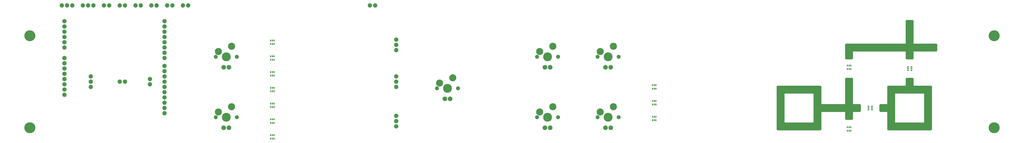
<source format=gts>
G04 EAGLE Gerber RS-274X export*
G75*
%MOMM*%
%FSLAX34Y34*%
%LPD*%
%INSoldermask Top*%
%IPPOS*%
%AMOC8*
5,1,8,0,0,1.08239X$1,22.5*%
G01*
%ADD10C,5.283200*%
%ADD11C,2.082800*%
%ADD12C,4.292600*%
%ADD13C,1.910081*%
%ADD14C,2.235200*%
%ADD15C,3.429000*%
%ADD16R,0.603200X0.903200*%
%ADD17R,0.903200X0.603200*%

G36*
X3898903Y209551D02*
X3898903Y209551D01*
X3898906Y209551D01*
X3899253Y209571D01*
X3899611Y209591D01*
X3899614Y209591D01*
X3899617Y209591D01*
X3899957Y209650D01*
X3900314Y209710D01*
X3900316Y209711D01*
X3900319Y209711D01*
X3900664Y209811D01*
X3900998Y209907D01*
X3901001Y209909D01*
X3901004Y209909D01*
X3901328Y210044D01*
X3901656Y210180D01*
X3901659Y210182D01*
X3901661Y210183D01*
X3901973Y210355D01*
X3902280Y210525D01*
X3902282Y210527D01*
X3902285Y210528D01*
X3902582Y210739D01*
X3902861Y210938D01*
X3902863Y210939D01*
X3902865Y210941D01*
X3903133Y211181D01*
X3903392Y211412D01*
X3903394Y211415D01*
X3903396Y211416D01*
X3903634Y211684D01*
X3903866Y211944D01*
X3903868Y211946D01*
X3903870Y211948D01*
X3904068Y212229D01*
X3904278Y212525D01*
X3904280Y212528D01*
X3904281Y212530D01*
X3904444Y212826D01*
X3904622Y213149D01*
X3904623Y213152D01*
X3904625Y213154D01*
X3904756Y213472D01*
X3904894Y213807D01*
X3904895Y213810D01*
X3904896Y213813D01*
X3904991Y214142D01*
X3905091Y214492D01*
X3905092Y214495D01*
X3905092Y214498D01*
X3905152Y214851D01*
X3905210Y215194D01*
X3905210Y215197D01*
X3905211Y215200D01*
X3905249Y215900D01*
X3905249Y298451D01*
X4019551Y298451D01*
X4019551Y266700D01*
X4019551Y266697D01*
X4019551Y266694D01*
X4019571Y266347D01*
X4019591Y265989D01*
X4019591Y265986D01*
X4019591Y265983D01*
X4019650Y265643D01*
X4019710Y265286D01*
X4019711Y265284D01*
X4019711Y265281D01*
X4019811Y264936D01*
X4019907Y264602D01*
X4019909Y264599D01*
X4019909Y264596D01*
X4020044Y264272D01*
X4020180Y263944D01*
X4020182Y263941D01*
X4020183Y263939D01*
X4020355Y263627D01*
X4020525Y263320D01*
X4020527Y263318D01*
X4020528Y263315D01*
X4020739Y263018D01*
X4020938Y262739D01*
X4020939Y262737D01*
X4020941Y262735D01*
X4021181Y262467D01*
X4021412Y262208D01*
X4021415Y262207D01*
X4021416Y262204D01*
X4021684Y261966D01*
X4021944Y261734D01*
X4021946Y261732D01*
X4021948Y261730D01*
X4022229Y261532D01*
X4022525Y261322D01*
X4022528Y261321D01*
X4022530Y261319D01*
X4022826Y261156D01*
X4023149Y260978D01*
X4023152Y260977D01*
X4023154Y260975D01*
X4023472Y260844D01*
X4023807Y260706D01*
X4023810Y260705D01*
X4023813Y260704D01*
X4024142Y260610D01*
X4024492Y260509D01*
X4024495Y260508D01*
X4024498Y260508D01*
X4024851Y260448D01*
X4025194Y260390D01*
X4025197Y260390D01*
X4025200Y260389D01*
X4025900Y260351D01*
X4051300Y260351D01*
X4051303Y260351D01*
X4051306Y260351D01*
X4051653Y260371D01*
X4052011Y260391D01*
X4052014Y260391D01*
X4052017Y260391D01*
X4052357Y260450D01*
X4052714Y260510D01*
X4052716Y260511D01*
X4052719Y260511D01*
X4053064Y260611D01*
X4053398Y260707D01*
X4053401Y260709D01*
X4053404Y260709D01*
X4053728Y260844D01*
X4054056Y260980D01*
X4054059Y260982D01*
X4054061Y260983D01*
X4054373Y261155D01*
X4054680Y261325D01*
X4054682Y261327D01*
X4054685Y261328D01*
X4054982Y261539D01*
X4055261Y261738D01*
X4055263Y261739D01*
X4055265Y261741D01*
X4055533Y261981D01*
X4055792Y262212D01*
X4055794Y262215D01*
X4055796Y262216D01*
X4056034Y262484D01*
X4056266Y262744D01*
X4056268Y262746D01*
X4056270Y262748D01*
X4056468Y263029D01*
X4056678Y263325D01*
X4056680Y263328D01*
X4056681Y263330D01*
X4056844Y263626D01*
X4057022Y263949D01*
X4057023Y263952D01*
X4057025Y263954D01*
X4057156Y264272D01*
X4057294Y264607D01*
X4057295Y264610D01*
X4057296Y264613D01*
X4057391Y264942D01*
X4057491Y265292D01*
X4057492Y265295D01*
X4057492Y265298D01*
X4057552Y265651D01*
X4057610Y265994D01*
X4057610Y265997D01*
X4057611Y266000D01*
X4057649Y266700D01*
X4057649Y298451D01*
X4089400Y298451D01*
X4089403Y298451D01*
X4089406Y298451D01*
X4089753Y298471D01*
X4090111Y298491D01*
X4090114Y298491D01*
X4090117Y298491D01*
X4090457Y298550D01*
X4090814Y298610D01*
X4090816Y298611D01*
X4090819Y298611D01*
X4091164Y298711D01*
X4091498Y298807D01*
X4091501Y298809D01*
X4091504Y298809D01*
X4091828Y298944D01*
X4092156Y299080D01*
X4092159Y299082D01*
X4092161Y299083D01*
X4092473Y299255D01*
X4092780Y299425D01*
X4092782Y299427D01*
X4092785Y299428D01*
X4093082Y299639D01*
X4093361Y299838D01*
X4093363Y299839D01*
X4093365Y299841D01*
X4093633Y300081D01*
X4093892Y300312D01*
X4093894Y300315D01*
X4093896Y300316D01*
X4094134Y300584D01*
X4094366Y300844D01*
X4094368Y300846D01*
X4094370Y300848D01*
X4094568Y301129D01*
X4094778Y301425D01*
X4094780Y301428D01*
X4094781Y301430D01*
X4094944Y301726D01*
X4095122Y302049D01*
X4095123Y302052D01*
X4095125Y302054D01*
X4095256Y302372D01*
X4095394Y302707D01*
X4095395Y302710D01*
X4095396Y302713D01*
X4095491Y303042D01*
X4095591Y303392D01*
X4095592Y303395D01*
X4095592Y303398D01*
X4095652Y303751D01*
X4095710Y304094D01*
X4095710Y304097D01*
X4095711Y304100D01*
X4095749Y304800D01*
X4095749Y330200D01*
X4095749Y330203D01*
X4095749Y330206D01*
X4095730Y330545D01*
X4095709Y330911D01*
X4095709Y330914D01*
X4095709Y330917D01*
X4095650Y331257D01*
X4095590Y331614D01*
X4095589Y331616D01*
X4095589Y331619D01*
X4095489Y331964D01*
X4095393Y332298D01*
X4095391Y332301D01*
X4095391Y332304D01*
X4095256Y332628D01*
X4095120Y332956D01*
X4095118Y332959D01*
X4095117Y332961D01*
X4094945Y333273D01*
X4094775Y333580D01*
X4094773Y333582D01*
X4094772Y333585D01*
X4094561Y333882D01*
X4094363Y334161D01*
X4094361Y334163D01*
X4094359Y334165D01*
X4094119Y334433D01*
X4093888Y334692D01*
X4093885Y334694D01*
X4093884Y334696D01*
X4093616Y334934D01*
X4093356Y335166D01*
X4093354Y335168D01*
X4093352Y335170D01*
X4093071Y335368D01*
X4092775Y335578D01*
X4092772Y335580D01*
X4092770Y335581D01*
X4092474Y335744D01*
X4092151Y335922D01*
X4092148Y335923D01*
X4092146Y335925D01*
X4091828Y336056D01*
X4091493Y336194D01*
X4091490Y336195D01*
X4091487Y336196D01*
X4091158Y336291D01*
X4090808Y336391D01*
X4090805Y336392D01*
X4090803Y336392D01*
X4090449Y336452D01*
X4090106Y336510D01*
X4090103Y336510D01*
X4090100Y336511D01*
X4089400Y336549D01*
X4057649Y336549D01*
X4057649Y457200D01*
X4057649Y457203D01*
X4057649Y457206D01*
X4057629Y457553D01*
X4057609Y457911D01*
X4057609Y457914D01*
X4057609Y457917D01*
X4057550Y458257D01*
X4057490Y458614D01*
X4057489Y458616D01*
X4057489Y458619D01*
X4057389Y458964D01*
X4057293Y459298D01*
X4057291Y459301D01*
X4057291Y459304D01*
X4057156Y459628D01*
X4057020Y459956D01*
X4057018Y459959D01*
X4057017Y459961D01*
X4056845Y460273D01*
X4056675Y460580D01*
X4056673Y460582D01*
X4056672Y460585D01*
X4056461Y460882D01*
X4056263Y461161D01*
X4056261Y461163D01*
X4056259Y461165D01*
X4056019Y461433D01*
X4055788Y461692D01*
X4055785Y461694D01*
X4055784Y461696D01*
X4055516Y461934D01*
X4055256Y462166D01*
X4055254Y462168D01*
X4055252Y462170D01*
X4054971Y462368D01*
X4054675Y462578D01*
X4054672Y462580D01*
X4054670Y462581D01*
X4054374Y462744D01*
X4054051Y462922D01*
X4054048Y462923D01*
X4054046Y462925D01*
X4053728Y463056D01*
X4053393Y463194D01*
X4053390Y463195D01*
X4053387Y463196D01*
X4053058Y463291D01*
X4052708Y463391D01*
X4052705Y463392D01*
X4052703Y463392D01*
X4052349Y463452D01*
X4052006Y463510D01*
X4052003Y463510D01*
X4052000Y463511D01*
X4051300Y463549D01*
X4025900Y463549D01*
X4025897Y463549D01*
X4025894Y463549D01*
X4025547Y463529D01*
X4025189Y463509D01*
X4025186Y463509D01*
X4025183Y463509D01*
X4024843Y463450D01*
X4024486Y463390D01*
X4024484Y463389D01*
X4024481Y463389D01*
X4024136Y463289D01*
X4023802Y463193D01*
X4023799Y463191D01*
X4023796Y463191D01*
X4023472Y463056D01*
X4023144Y462920D01*
X4023141Y462918D01*
X4023139Y462917D01*
X4022827Y462745D01*
X4022520Y462575D01*
X4022518Y462573D01*
X4022515Y462572D01*
X4022218Y462361D01*
X4021939Y462163D01*
X4021937Y462161D01*
X4021935Y462159D01*
X4021667Y461919D01*
X4021408Y461688D01*
X4021407Y461685D01*
X4021404Y461684D01*
X4021166Y461416D01*
X4020934Y461156D01*
X4020932Y461154D01*
X4020930Y461152D01*
X4020732Y460871D01*
X4020522Y460575D01*
X4020521Y460572D01*
X4020519Y460570D01*
X4020356Y460274D01*
X4020178Y459951D01*
X4020177Y459948D01*
X4020175Y459946D01*
X4020044Y459628D01*
X4019906Y459293D01*
X4019905Y459290D01*
X4019904Y459287D01*
X4019810Y458958D01*
X4019709Y458608D01*
X4019708Y458605D01*
X4019708Y458603D01*
X4019648Y458249D01*
X4019590Y457906D01*
X4019590Y457903D01*
X4019589Y457900D01*
X4019551Y457200D01*
X4019551Y336549D01*
X3905249Y336549D01*
X3905249Y419100D01*
X3905249Y419103D01*
X3905249Y419106D01*
X3905229Y419453D01*
X3905209Y419811D01*
X3905209Y419814D01*
X3905209Y419817D01*
X3905150Y420157D01*
X3905090Y420514D01*
X3905089Y420516D01*
X3905089Y420519D01*
X3904989Y420864D01*
X3904893Y421198D01*
X3904891Y421201D01*
X3904891Y421204D01*
X3904756Y421528D01*
X3904620Y421856D01*
X3904618Y421859D01*
X3904617Y421861D01*
X3904445Y422173D01*
X3904275Y422480D01*
X3904273Y422482D01*
X3904272Y422485D01*
X3904061Y422782D01*
X3903863Y423061D01*
X3903861Y423063D01*
X3903859Y423065D01*
X3903619Y423333D01*
X3903388Y423592D01*
X3903385Y423594D01*
X3903384Y423596D01*
X3903116Y423834D01*
X3902856Y424066D01*
X3902854Y424068D01*
X3902852Y424070D01*
X3902571Y424268D01*
X3902275Y424478D01*
X3902272Y424480D01*
X3902270Y424481D01*
X3901974Y424644D01*
X3901651Y424822D01*
X3901648Y424823D01*
X3901646Y424825D01*
X3901328Y424956D01*
X3900993Y425094D01*
X3900990Y425095D01*
X3900987Y425096D01*
X3900658Y425191D01*
X3900308Y425291D01*
X3900305Y425292D01*
X3900303Y425292D01*
X3899949Y425352D01*
X3899606Y425410D01*
X3899603Y425410D01*
X3899600Y425411D01*
X3898900Y425449D01*
X3695700Y425449D01*
X3695697Y425449D01*
X3695694Y425449D01*
X3695347Y425429D01*
X3694989Y425409D01*
X3694986Y425409D01*
X3694983Y425409D01*
X3694643Y425350D01*
X3694286Y425290D01*
X3694284Y425289D01*
X3694281Y425289D01*
X3693936Y425189D01*
X3693602Y425093D01*
X3693599Y425091D01*
X3693596Y425091D01*
X3693272Y424956D01*
X3692944Y424820D01*
X3692941Y424818D01*
X3692939Y424817D01*
X3692627Y424645D01*
X3692320Y424475D01*
X3692318Y424473D01*
X3692315Y424472D01*
X3692018Y424261D01*
X3691739Y424063D01*
X3691737Y424061D01*
X3691735Y424059D01*
X3691467Y423819D01*
X3691208Y423588D01*
X3691207Y423585D01*
X3691204Y423584D01*
X3690966Y423316D01*
X3690734Y423056D01*
X3690732Y423054D01*
X3690730Y423052D01*
X3690532Y422771D01*
X3690322Y422475D01*
X3690321Y422472D01*
X3690319Y422470D01*
X3690156Y422174D01*
X3689978Y421851D01*
X3689977Y421848D01*
X3689975Y421846D01*
X3689844Y421528D01*
X3689706Y421193D01*
X3689705Y421190D01*
X3689704Y421187D01*
X3689610Y420858D01*
X3689509Y420508D01*
X3689508Y420505D01*
X3689508Y420503D01*
X3689448Y420149D01*
X3689390Y419806D01*
X3689390Y419803D01*
X3689389Y419800D01*
X3689351Y419100D01*
X3689351Y215900D01*
X3689351Y215897D01*
X3689351Y215894D01*
X3689371Y215547D01*
X3689391Y215189D01*
X3689391Y215186D01*
X3689391Y215183D01*
X3689450Y214843D01*
X3689510Y214486D01*
X3689511Y214484D01*
X3689511Y214481D01*
X3689611Y214136D01*
X3689707Y213802D01*
X3689709Y213799D01*
X3689709Y213796D01*
X3689844Y213472D01*
X3689980Y213144D01*
X3689982Y213141D01*
X3689983Y213139D01*
X3690155Y212827D01*
X3690325Y212520D01*
X3690327Y212518D01*
X3690328Y212515D01*
X3690539Y212218D01*
X3690738Y211939D01*
X3690739Y211937D01*
X3690741Y211935D01*
X3690981Y211667D01*
X3691212Y211408D01*
X3691215Y211407D01*
X3691216Y211404D01*
X3691484Y211166D01*
X3691744Y210934D01*
X3691746Y210932D01*
X3691748Y210930D01*
X3692029Y210732D01*
X3692325Y210522D01*
X3692328Y210521D01*
X3692330Y210519D01*
X3692626Y210356D01*
X3692949Y210178D01*
X3692952Y210177D01*
X3692954Y210175D01*
X3693272Y210044D01*
X3693607Y209906D01*
X3693610Y209905D01*
X3693613Y209904D01*
X3693942Y209810D01*
X3694292Y209709D01*
X3694295Y209708D01*
X3694298Y209708D01*
X3694651Y209648D01*
X3694994Y209590D01*
X3694997Y209590D01*
X3695000Y209589D01*
X3695700Y209551D01*
X3898900Y209551D01*
X3898903Y209551D01*
G37*
G36*
X4432303Y209551D02*
X4432303Y209551D01*
X4432306Y209551D01*
X4432653Y209571D01*
X4433011Y209591D01*
X4433014Y209591D01*
X4433017Y209591D01*
X4433357Y209650D01*
X4433714Y209710D01*
X4433716Y209711D01*
X4433719Y209711D01*
X4434064Y209811D01*
X4434398Y209907D01*
X4434401Y209909D01*
X4434404Y209909D01*
X4434728Y210044D01*
X4435056Y210180D01*
X4435059Y210182D01*
X4435061Y210183D01*
X4435373Y210355D01*
X4435680Y210525D01*
X4435682Y210527D01*
X4435685Y210528D01*
X4435982Y210739D01*
X4436261Y210938D01*
X4436263Y210939D01*
X4436265Y210941D01*
X4436533Y211181D01*
X4436792Y211412D01*
X4436794Y211415D01*
X4436796Y211416D01*
X4437034Y211684D01*
X4437266Y211944D01*
X4437268Y211946D01*
X4437270Y211948D01*
X4437468Y212229D01*
X4437678Y212525D01*
X4437680Y212528D01*
X4437681Y212530D01*
X4437844Y212826D01*
X4438022Y213149D01*
X4438023Y213152D01*
X4438025Y213154D01*
X4438156Y213472D01*
X4438294Y213807D01*
X4438295Y213810D01*
X4438296Y213813D01*
X4438391Y214142D01*
X4438491Y214492D01*
X4438492Y214495D01*
X4438492Y214498D01*
X4438552Y214851D01*
X4438610Y215194D01*
X4438610Y215197D01*
X4438611Y215200D01*
X4438649Y215900D01*
X4438649Y419100D01*
X4438649Y419103D01*
X4438649Y419106D01*
X4438631Y419429D01*
X4438609Y419811D01*
X4438609Y419814D01*
X4438609Y419817D01*
X4438550Y420157D01*
X4438490Y420514D01*
X4438489Y420516D01*
X4438489Y420519D01*
X4438389Y420864D01*
X4438293Y421198D01*
X4438291Y421201D01*
X4438291Y421204D01*
X4438156Y421528D01*
X4438020Y421856D01*
X4438018Y421859D01*
X4438017Y421861D01*
X4437845Y422173D01*
X4437675Y422480D01*
X4437673Y422482D01*
X4437672Y422485D01*
X4437461Y422782D01*
X4437263Y423061D01*
X4437261Y423063D01*
X4437259Y423065D01*
X4437029Y423322D01*
X4436788Y423592D01*
X4436785Y423594D01*
X4436784Y423596D01*
X4436516Y423834D01*
X4436256Y424066D01*
X4436254Y424068D01*
X4436252Y424070D01*
X4435971Y424268D01*
X4435675Y424478D01*
X4435672Y424480D01*
X4435670Y424481D01*
X4435374Y424644D01*
X4435051Y424822D01*
X4435048Y424823D01*
X4435046Y424825D01*
X4434728Y424956D01*
X4434393Y425094D01*
X4434390Y425095D01*
X4434387Y425096D01*
X4434058Y425191D01*
X4433708Y425291D01*
X4433705Y425292D01*
X4433703Y425292D01*
X4433349Y425352D01*
X4433006Y425410D01*
X4433003Y425410D01*
X4433000Y425411D01*
X4432300Y425449D01*
X4349749Y425449D01*
X4349749Y457200D01*
X4349749Y457203D01*
X4349749Y457206D01*
X4349729Y457553D01*
X4349709Y457911D01*
X4349709Y457914D01*
X4349709Y457917D01*
X4349650Y458257D01*
X4349590Y458614D01*
X4349589Y458616D01*
X4349589Y458619D01*
X4349489Y458964D01*
X4349393Y459298D01*
X4349391Y459301D01*
X4349391Y459304D01*
X4349256Y459628D01*
X4349120Y459956D01*
X4349118Y459959D01*
X4349117Y459961D01*
X4348945Y460273D01*
X4348775Y460580D01*
X4348773Y460582D01*
X4348772Y460585D01*
X4348561Y460882D01*
X4348363Y461161D01*
X4348361Y461163D01*
X4348359Y461165D01*
X4348119Y461433D01*
X4347888Y461692D01*
X4347885Y461694D01*
X4347884Y461696D01*
X4347616Y461934D01*
X4347356Y462166D01*
X4347354Y462168D01*
X4347352Y462170D01*
X4347071Y462368D01*
X4346775Y462578D01*
X4346772Y462580D01*
X4346770Y462581D01*
X4346474Y462744D01*
X4346151Y462922D01*
X4346148Y462923D01*
X4346146Y462925D01*
X4345828Y463056D01*
X4345493Y463194D01*
X4345490Y463195D01*
X4345487Y463196D01*
X4345158Y463291D01*
X4344808Y463391D01*
X4344805Y463392D01*
X4344803Y463392D01*
X4344449Y463452D01*
X4344106Y463510D01*
X4344103Y463510D01*
X4344100Y463511D01*
X4343400Y463549D01*
X4318000Y463549D01*
X4317997Y463549D01*
X4317994Y463549D01*
X4317647Y463529D01*
X4317289Y463509D01*
X4317286Y463509D01*
X4317283Y463509D01*
X4316943Y463450D01*
X4316586Y463390D01*
X4316584Y463389D01*
X4316581Y463389D01*
X4316236Y463289D01*
X4315902Y463193D01*
X4315899Y463191D01*
X4315896Y463191D01*
X4315572Y463056D01*
X4315244Y462920D01*
X4315241Y462918D01*
X4315239Y462917D01*
X4314927Y462745D01*
X4314620Y462575D01*
X4314618Y462573D01*
X4314615Y462572D01*
X4314318Y462361D01*
X4314039Y462163D01*
X4314037Y462161D01*
X4314035Y462159D01*
X4313767Y461919D01*
X4313508Y461688D01*
X4313507Y461685D01*
X4313504Y461684D01*
X4313266Y461416D01*
X4313034Y461156D01*
X4313032Y461154D01*
X4313030Y461152D01*
X4312832Y460871D01*
X4312622Y460575D01*
X4312621Y460572D01*
X4312619Y460570D01*
X4312456Y460274D01*
X4312278Y459951D01*
X4312277Y459948D01*
X4312275Y459946D01*
X4312144Y459628D01*
X4312006Y459293D01*
X4312005Y459290D01*
X4312004Y459287D01*
X4311910Y458958D01*
X4311809Y458608D01*
X4311808Y458605D01*
X4311808Y458603D01*
X4311748Y458249D01*
X4311690Y457906D01*
X4311690Y457903D01*
X4311689Y457900D01*
X4311651Y457200D01*
X4311651Y425449D01*
X4229100Y425449D01*
X4229097Y425449D01*
X4229094Y425449D01*
X4228747Y425429D01*
X4228389Y425409D01*
X4228386Y425409D01*
X4228383Y425409D01*
X4228043Y425350D01*
X4227686Y425290D01*
X4227684Y425289D01*
X4227681Y425289D01*
X4227336Y425189D01*
X4227002Y425093D01*
X4226999Y425091D01*
X4226996Y425091D01*
X4226672Y424956D01*
X4226344Y424820D01*
X4226341Y424818D01*
X4226339Y424817D01*
X4226027Y424645D01*
X4225720Y424475D01*
X4225718Y424473D01*
X4225715Y424472D01*
X4225418Y424261D01*
X4225139Y424063D01*
X4225137Y424061D01*
X4225135Y424059D01*
X4224867Y423819D01*
X4224608Y423588D01*
X4224607Y423585D01*
X4224604Y423584D01*
X4224366Y423316D01*
X4224134Y423056D01*
X4224132Y423054D01*
X4224130Y423052D01*
X4223932Y422771D01*
X4223722Y422475D01*
X4223721Y422472D01*
X4223719Y422470D01*
X4223556Y422174D01*
X4223378Y421851D01*
X4223377Y421848D01*
X4223375Y421846D01*
X4223244Y421528D01*
X4223106Y421193D01*
X4223105Y421190D01*
X4223104Y421187D01*
X4223010Y420858D01*
X4222909Y420508D01*
X4222908Y420505D01*
X4222908Y420503D01*
X4222848Y420149D01*
X4222790Y419806D01*
X4222790Y419803D01*
X4222789Y419800D01*
X4222751Y419100D01*
X4222751Y336549D01*
X4191000Y336549D01*
X4190997Y336549D01*
X4190994Y336549D01*
X4190647Y336529D01*
X4190289Y336509D01*
X4190286Y336509D01*
X4190283Y336509D01*
X4189943Y336450D01*
X4189586Y336390D01*
X4189584Y336389D01*
X4189581Y336389D01*
X4189236Y336289D01*
X4188902Y336193D01*
X4188899Y336191D01*
X4188896Y336191D01*
X4188572Y336056D01*
X4188244Y335920D01*
X4188241Y335918D01*
X4188239Y335917D01*
X4187927Y335745D01*
X4187620Y335575D01*
X4187618Y335573D01*
X4187615Y335572D01*
X4187318Y335361D01*
X4187039Y335163D01*
X4187037Y335161D01*
X4187035Y335159D01*
X4186767Y334919D01*
X4186508Y334688D01*
X4186507Y334685D01*
X4186504Y334684D01*
X4186266Y334416D01*
X4186034Y334156D01*
X4186032Y334154D01*
X4186030Y334152D01*
X4185832Y333871D01*
X4185622Y333575D01*
X4185621Y333572D01*
X4185619Y333570D01*
X4185456Y333274D01*
X4185278Y332951D01*
X4185277Y332948D01*
X4185275Y332946D01*
X4185144Y332628D01*
X4185006Y332293D01*
X4185005Y332290D01*
X4185004Y332287D01*
X4184910Y331958D01*
X4184809Y331608D01*
X4184808Y331605D01*
X4184808Y331603D01*
X4184748Y331249D01*
X4184690Y330906D01*
X4184690Y330903D01*
X4184689Y330900D01*
X4184651Y330200D01*
X4184651Y304800D01*
X4184651Y304797D01*
X4184651Y304794D01*
X4184671Y304437D01*
X4184691Y304089D01*
X4184691Y304086D01*
X4184691Y304083D01*
X4184750Y303743D01*
X4184810Y303386D01*
X4184811Y303384D01*
X4184811Y303381D01*
X4184911Y303036D01*
X4185007Y302702D01*
X4185009Y302699D01*
X4185009Y302696D01*
X4185144Y302372D01*
X4185280Y302044D01*
X4185282Y302041D01*
X4185283Y302039D01*
X4185455Y301727D01*
X4185625Y301420D01*
X4185627Y301418D01*
X4185628Y301415D01*
X4185839Y301118D01*
X4186038Y300839D01*
X4186039Y300837D01*
X4186041Y300835D01*
X4186281Y300567D01*
X4186512Y300308D01*
X4186515Y300307D01*
X4186516Y300304D01*
X4186784Y300066D01*
X4187044Y299834D01*
X4187046Y299832D01*
X4187048Y299830D01*
X4187329Y299632D01*
X4187625Y299422D01*
X4187628Y299421D01*
X4187630Y299419D01*
X4187926Y299256D01*
X4188249Y299078D01*
X4188252Y299077D01*
X4188254Y299075D01*
X4188572Y298944D01*
X4188907Y298806D01*
X4188910Y298805D01*
X4188913Y298804D01*
X4189242Y298710D01*
X4189592Y298609D01*
X4189595Y298608D01*
X4189598Y298608D01*
X4189951Y298548D01*
X4190294Y298490D01*
X4190297Y298490D01*
X4190300Y298489D01*
X4191000Y298451D01*
X4222751Y298451D01*
X4222751Y215900D01*
X4222751Y215897D01*
X4222751Y215894D01*
X4222771Y215547D01*
X4222791Y215189D01*
X4222791Y215186D01*
X4222791Y215183D01*
X4222850Y214843D01*
X4222910Y214486D01*
X4222911Y214484D01*
X4222911Y214481D01*
X4223011Y214136D01*
X4223107Y213802D01*
X4223109Y213799D01*
X4223109Y213796D01*
X4223244Y213472D01*
X4223380Y213144D01*
X4223382Y213141D01*
X4223383Y213139D01*
X4223555Y212827D01*
X4223725Y212520D01*
X4223727Y212518D01*
X4223728Y212515D01*
X4223939Y212218D01*
X4224138Y211939D01*
X4224139Y211937D01*
X4224141Y211935D01*
X4224381Y211667D01*
X4224612Y211408D01*
X4224615Y211407D01*
X4224616Y211404D01*
X4224884Y211166D01*
X4225144Y210934D01*
X4225146Y210932D01*
X4225148Y210930D01*
X4225429Y210732D01*
X4225725Y210522D01*
X4225728Y210521D01*
X4225730Y210519D01*
X4226026Y210356D01*
X4226349Y210178D01*
X4226352Y210177D01*
X4226354Y210175D01*
X4226672Y210044D01*
X4227007Y209906D01*
X4227010Y209905D01*
X4227013Y209904D01*
X4227342Y209810D01*
X4227692Y209709D01*
X4227695Y209708D01*
X4227698Y209708D01*
X4228051Y209648D01*
X4228394Y209590D01*
X4228397Y209590D01*
X4228400Y209589D01*
X4229100Y209551D01*
X4432300Y209551D01*
X4432303Y209551D01*
G37*
G36*
X4051303Y552451D02*
X4051303Y552451D01*
X4051306Y552451D01*
X4051653Y552471D01*
X4052011Y552491D01*
X4052014Y552491D01*
X4052017Y552491D01*
X4052357Y552550D01*
X4052714Y552610D01*
X4052716Y552611D01*
X4052719Y552611D01*
X4053064Y552711D01*
X4053398Y552807D01*
X4053401Y552809D01*
X4053404Y552809D01*
X4053728Y552944D01*
X4054056Y553080D01*
X4054059Y553082D01*
X4054061Y553083D01*
X4054373Y553255D01*
X4054680Y553425D01*
X4054682Y553427D01*
X4054685Y553428D01*
X4054982Y553639D01*
X4055261Y553838D01*
X4055263Y553839D01*
X4055265Y553841D01*
X4055533Y554081D01*
X4055792Y554312D01*
X4055794Y554315D01*
X4055796Y554316D01*
X4056034Y554584D01*
X4056266Y554844D01*
X4056268Y554846D01*
X4056270Y554848D01*
X4056468Y555129D01*
X4056678Y555425D01*
X4056680Y555428D01*
X4056681Y555430D01*
X4056844Y555726D01*
X4057022Y556049D01*
X4057023Y556052D01*
X4057025Y556054D01*
X4057156Y556372D01*
X4057294Y556707D01*
X4057295Y556710D01*
X4057296Y556713D01*
X4057391Y557042D01*
X4057491Y557392D01*
X4057492Y557395D01*
X4057492Y557398D01*
X4057552Y557751D01*
X4057610Y558094D01*
X4057610Y558097D01*
X4057611Y558100D01*
X4057649Y558800D01*
X4057649Y590551D01*
X4311651Y590551D01*
X4311651Y558800D01*
X4311651Y558797D01*
X4311651Y558794D01*
X4311671Y558447D01*
X4311691Y558089D01*
X4311691Y558086D01*
X4311691Y558083D01*
X4311750Y557743D01*
X4311810Y557386D01*
X4311811Y557384D01*
X4311811Y557381D01*
X4311911Y557036D01*
X4312007Y556702D01*
X4312009Y556699D01*
X4312009Y556696D01*
X4312144Y556372D01*
X4312280Y556044D01*
X4312282Y556041D01*
X4312283Y556039D01*
X4312455Y555727D01*
X4312625Y555420D01*
X4312627Y555418D01*
X4312628Y555415D01*
X4312839Y555118D01*
X4313038Y554839D01*
X4313039Y554837D01*
X4313041Y554835D01*
X4313281Y554567D01*
X4313512Y554308D01*
X4313515Y554307D01*
X4313516Y554304D01*
X4313784Y554066D01*
X4314044Y553834D01*
X4314046Y553832D01*
X4314048Y553830D01*
X4314329Y553632D01*
X4314625Y553422D01*
X4314628Y553421D01*
X4314630Y553419D01*
X4314926Y553256D01*
X4315249Y553078D01*
X4315252Y553077D01*
X4315254Y553075D01*
X4315572Y552944D01*
X4315907Y552806D01*
X4315910Y552805D01*
X4315913Y552804D01*
X4316242Y552710D01*
X4316592Y552609D01*
X4316595Y552608D01*
X4316598Y552608D01*
X4316951Y552548D01*
X4317294Y552490D01*
X4317297Y552490D01*
X4317300Y552489D01*
X4318000Y552451D01*
X4343400Y552451D01*
X4343403Y552451D01*
X4343406Y552451D01*
X4343753Y552471D01*
X4344111Y552491D01*
X4344114Y552491D01*
X4344117Y552491D01*
X4344457Y552550D01*
X4344814Y552610D01*
X4344816Y552611D01*
X4344819Y552611D01*
X4345164Y552711D01*
X4345498Y552807D01*
X4345501Y552809D01*
X4345504Y552809D01*
X4345828Y552944D01*
X4346156Y553080D01*
X4346159Y553082D01*
X4346161Y553083D01*
X4346473Y553255D01*
X4346780Y553425D01*
X4346782Y553427D01*
X4346785Y553428D01*
X4347082Y553639D01*
X4347361Y553838D01*
X4347363Y553839D01*
X4347365Y553841D01*
X4347633Y554081D01*
X4347892Y554312D01*
X4347894Y554315D01*
X4347896Y554316D01*
X4348134Y554584D01*
X4348366Y554844D01*
X4348368Y554846D01*
X4348370Y554848D01*
X4348568Y555129D01*
X4348778Y555425D01*
X4348780Y555428D01*
X4348781Y555430D01*
X4348944Y555726D01*
X4349122Y556049D01*
X4349123Y556052D01*
X4349125Y556054D01*
X4349256Y556372D01*
X4349394Y556707D01*
X4349395Y556710D01*
X4349396Y556713D01*
X4349491Y557042D01*
X4349591Y557392D01*
X4349592Y557395D01*
X4349592Y557398D01*
X4349652Y557751D01*
X4349710Y558094D01*
X4349710Y558097D01*
X4349711Y558100D01*
X4349749Y558800D01*
X4349749Y590551D01*
X4457700Y590551D01*
X4457703Y590551D01*
X4457706Y590551D01*
X4458053Y590571D01*
X4458411Y590591D01*
X4458414Y590591D01*
X4458417Y590591D01*
X4458757Y590650D01*
X4459114Y590710D01*
X4459116Y590711D01*
X4459119Y590711D01*
X4459464Y590811D01*
X4459798Y590907D01*
X4459801Y590909D01*
X4459804Y590909D01*
X4460128Y591044D01*
X4460456Y591180D01*
X4460459Y591182D01*
X4460461Y591183D01*
X4460773Y591355D01*
X4461080Y591525D01*
X4461082Y591527D01*
X4461085Y591528D01*
X4461382Y591739D01*
X4461661Y591938D01*
X4461663Y591939D01*
X4461665Y591941D01*
X4461933Y592181D01*
X4462192Y592412D01*
X4462194Y592415D01*
X4462196Y592416D01*
X4462434Y592684D01*
X4462666Y592944D01*
X4462668Y592946D01*
X4462670Y592948D01*
X4462868Y593229D01*
X4463078Y593525D01*
X4463080Y593528D01*
X4463081Y593530D01*
X4463244Y593826D01*
X4463422Y594149D01*
X4463423Y594152D01*
X4463425Y594154D01*
X4463556Y594472D01*
X4463694Y594807D01*
X4463695Y594810D01*
X4463696Y594813D01*
X4463791Y595142D01*
X4463891Y595492D01*
X4463892Y595495D01*
X4463892Y595498D01*
X4463952Y595851D01*
X4464010Y596194D01*
X4464010Y596197D01*
X4464011Y596200D01*
X4464049Y596900D01*
X4464049Y622300D01*
X4464049Y622303D01*
X4464049Y622306D01*
X4464030Y622645D01*
X4464009Y623011D01*
X4464009Y623014D01*
X4464009Y623017D01*
X4463950Y623357D01*
X4463890Y623714D01*
X4463889Y623716D01*
X4463889Y623719D01*
X4463789Y624064D01*
X4463693Y624398D01*
X4463691Y624401D01*
X4463691Y624404D01*
X4463556Y624728D01*
X4463420Y625056D01*
X4463418Y625059D01*
X4463417Y625061D01*
X4463245Y625373D01*
X4463075Y625680D01*
X4463073Y625682D01*
X4463072Y625685D01*
X4462861Y625982D01*
X4462663Y626261D01*
X4462661Y626263D01*
X4462659Y626265D01*
X4462419Y626533D01*
X4462188Y626792D01*
X4462185Y626794D01*
X4462184Y626796D01*
X4461916Y627034D01*
X4461656Y627266D01*
X4461654Y627268D01*
X4461652Y627270D01*
X4461371Y627468D01*
X4461075Y627678D01*
X4461072Y627680D01*
X4461070Y627681D01*
X4460774Y627844D01*
X4460451Y628022D01*
X4460448Y628023D01*
X4460446Y628025D01*
X4460128Y628156D01*
X4459793Y628294D01*
X4459790Y628295D01*
X4459787Y628296D01*
X4459458Y628391D01*
X4459108Y628491D01*
X4459105Y628492D01*
X4459103Y628492D01*
X4458749Y628552D01*
X4458406Y628610D01*
X4458403Y628610D01*
X4458400Y628611D01*
X4457700Y628649D01*
X4349749Y628649D01*
X4349749Y736600D01*
X4349749Y736603D01*
X4349749Y736606D01*
X4349729Y736953D01*
X4349709Y737311D01*
X4349709Y737314D01*
X4349709Y737317D01*
X4349650Y737657D01*
X4349590Y738014D01*
X4349589Y738016D01*
X4349589Y738019D01*
X4349489Y738364D01*
X4349393Y738698D01*
X4349391Y738701D01*
X4349391Y738704D01*
X4349256Y739028D01*
X4349120Y739356D01*
X4349118Y739359D01*
X4349117Y739361D01*
X4348945Y739673D01*
X4348775Y739980D01*
X4348773Y739982D01*
X4348772Y739985D01*
X4348561Y740282D01*
X4348363Y740561D01*
X4348361Y740563D01*
X4348359Y740565D01*
X4348119Y740833D01*
X4347888Y741092D01*
X4347885Y741094D01*
X4347884Y741096D01*
X4347616Y741334D01*
X4347356Y741566D01*
X4347354Y741568D01*
X4347352Y741570D01*
X4347071Y741768D01*
X4346775Y741978D01*
X4346772Y741980D01*
X4346770Y741981D01*
X4346474Y742144D01*
X4346151Y742322D01*
X4346148Y742323D01*
X4346146Y742325D01*
X4345828Y742456D01*
X4345493Y742594D01*
X4345490Y742595D01*
X4345487Y742596D01*
X4345158Y742691D01*
X4344808Y742791D01*
X4344805Y742792D01*
X4344803Y742792D01*
X4344449Y742852D01*
X4344106Y742910D01*
X4344103Y742910D01*
X4344100Y742911D01*
X4343400Y742949D01*
X4318000Y742949D01*
X4317997Y742949D01*
X4317994Y742949D01*
X4317647Y742929D01*
X4317289Y742909D01*
X4317286Y742909D01*
X4317283Y742909D01*
X4316943Y742850D01*
X4316586Y742790D01*
X4316584Y742789D01*
X4316581Y742789D01*
X4316236Y742689D01*
X4315902Y742593D01*
X4315899Y742591D01*
X4315896Y742591D01*
X4315572Y742456D01*
X4315244Y742320D01*
X4315241Y742318D01*
X4315239Y742317D01*
X4314927Y742145D01*
X4314620Y741975D01*
X4314618Y741973D01*
X4314615Y741972D01*
X4314318Y741761D01*
X4314039Y741563D01*
X4314037Y741561D01*
X4314035Y741559D01*
X4313767Y741319D01*
X4313508Y741088D01*
X4313507Y741085D01*
X4313504Y741084D01*
X4313266Y740816D01*
X4313034Y740556D01*
X4313032Y740554D01*
X4313030Y740552D01*
X4312832Y740271D01*
X4312622Y739975D01*
X4312621Y739972D01*
X4312619Y739970D01*
X4312456Y739674D01*
X4312278Y739351D01*
X4312277Y739348D01*
X4312275Y739346D01*
X4312144Y739028D01*
X4312006Y738693D01*
X4312005Y738690D01*
X4312004Y738687D01*
X4311910Y738358D01*
X4311809Y738008D01*
X4311808Y738005D01*
X4311808Y738003D01*
X4311748Y737649D01*
X4311690Y737306D01*
X4311690Y737303D01*
X4311689Y737300D01*
X4311651Y736600D01*
X4311651Y628649D01*
X4025900Y628649D01*
X4025897Y628649D01*
X4025894Y628649D01*
X4025547Y628629D01*
X4025189Y628609D01*
X4025186Y628609D01*
X4025183Y628609D01*
X4024843Y628550D01*
X4024486Y628490D01*
X4024484Y628489D01*
X4024481Y628489D01*
X4024136Y628389D01*
X4023802Y628293D01*
X4023799Y628291D01*
X4023796Y628291D01*
X4023472Y628156D01*
X4023144Y628020D01*
X4023141Y628018D01*
X4023139Y628017D01*
X4022827Y627845D01*
X4022520Y627675D01*
X4022518Y627673D01*
X4022515Y627672D01*
X4022218Y627461D01*
X4021939Y627263D01*
X4021937Y627261D01*
X4021935Y627259D01*
X4021667Y627019D01*
X4021408Y626788D01*
X4021407Y626785D01*
X4021404Y626784D01*
X4021166Y626516D01*
X4020934Y626256D01*
X4020932Y626254D01*
X4020930Y626252D01*
X4020732Y625971D01*
X4020522Y625675D01*
X4020521Y625672D01*
X4020519Y625670D01*
X4020356Y625374D01*
X4020178Y625051D01*
X4020177Y625048D01*
X4020175Y625046D01*
X4020044Y624728D01*
X4019906Y624393D01*
X4019905Y624390D01*
X4019904Y624387D01*
X4019810Y624058D01*
X4019709Y623708D01*
X4019708Y623705D01*
X4019708Y623703D01*
X4019648Y623349D01*
X4019590Y623006D01*
X4019590Y623003D01*
X4019589Y623000D01*
X4019551Y622300D01*
X4019551Y558800D01*
X4019551Y558797D01*
X4019551Y558794D01*
X4019571Y558447D01*
X4019591Y558089D01*
X4019591Y558086D01*
X4019591Y558083D01*
X4019650Y557743D01*
X4019710Y557386D01*
X4019711Y557384D01*
X4019711Y557381D01*
X4019811Y557036D01*
X4019907Y556702D01*
X4019909Y556699D01*
X4019909Y556696D01*
X4020044Y556372D01*
X4020180Y556044D01*
X4020182Y556041D01*
X4020183Y556039D01*
X4020355Y555727D01*
X4020525Y555420D01*
X4020527Y555418D01*
X4020528Y555415D01*
X4020739Y555118D01*
X4020938Y554839D01*
X4020939Y554837D01*
X4020941Y554835D01*
X4021181Y554567D01*
X4021412Y554308D01*
X4021415Y554307D01*
X4021416Y554304D01*
X4021684Y554066D01*
X4021944Y553834D01*
X4021946Y553832D01*
X4021948Y553830D01*
X4022229Y553632D01*
X4022525Y553422D01*
X4022528Y553421D01*
X4022530Y553419D01*
X4022826Y553256D01*
X4023149Y553078D01*
X4023152Y553077D01*
X4023154Y553075D01*
X4023472Y552944D01*
X4023807Y552806D01*
X4023810Y552805D01*
X4023813Y552804D01*
X4024142Y552710D01*
X4024492Y552609D01*
X4024495Y552608D01*
X4024498Y552608D01*
X4024851Y552548D01*
X4025194Y552490D01*
X4025197Y552490D01*
X4025200Y552489D01*
X4025900Y552451D01*
X4051300Y552451D01*
X4051303Y552451D01*
G37*
%LPC*%
G36*
X4260849Y247649D02*
X4260849Y247649D01*
X4260849Y387351D01*
X4400551Y387351D01*
X4400551Y247649D01*
X4260849Y247649D01*
G37*
%LPD*%
%LPC*%
G36*
X3727449Y247649D02*
X3727449Y247649D01*
X3727449Y387351D01*
X3867151Y387351D01*
X3867151Y247649D01*
X3727449Y247649D01*
G37*
%LPD*%
D10*
X87630Y666750D03*
X87630Y222250D03*
X4738370Y666750D03*
X4738370Y222250D03*
D11*
X1854200Y647700D03*
X1854200Y622300D03*
X1854200Y596900D03*
X1854200Y469900D03*
X1854200Y444500D03*
X1854200Y419100D03*
X1854200Y279400D03*
X1854200Y254000D03*
X1854200Y228600D03*
D12*
X1035050Y565150D03*
D13*
X984250Y565150D03*
X1085850Y565150D03*
D14*
X1022350Y514350D03*
X1047750Y514350D03*
D15*
X996950Y590550D03*
X1060450Y615950D03*
D12*
X1035050Y273050D03*
D13*
X984250Y273050D03*
X1085850Y273050D03*
D14*
X1022350Y222250D03*
X1047750Y222250D03*
D15*
X996950Y298450D03*
X1060450Y323850D03*
D12*
X2584450Y565150D03*
D13*
X2533650Y565150D03*
X2635250Y565150D03*
D14*
X2571750Y514350D03*
X2597150Y514350D03*
D15*
X2546350Y590550D03*
X2609850Y615950D03*
D12*
X2101850Y412750D03*
D13*
X2051050Y412750D03*
X2152650Y412750D03*
D14*
X2089150Y361950D03*
X2114550Y361950D03*
D15*
X2063750Y438150D03*
X2127250Y463550D03*
D11*
X381000Y469900D03*
X381000Y444500D03*
X381000Y419100D03*
D16*
X4046600Y522850D03*
X4030600Y522850D03*
X4038600Y522850D03*
X4046600Y505850D03*
X4038600Y505850D03*
X4030600Y505850D03*
D17*
X4148700Y309500D03*
X4148700Y325500D03*
X4148700Y317500D03*
X4131700Y309500D03*
X4131700Y317500D03*
X4131700Y325500D03*
D16*
X4030600Y207400D03*
X4046600Y207400D03*
X4038600Y207400D03*
X4030600Y224400D03*
X4038600Y224400D03*
X4046600Y224400D03*
D17*
X4322200Y516000D03*
X4322200Y500000D03*
X4322200Y508000D03*
X4339200Y516000D03*
X4339200Y508000D03*
X4339200Y500000D03*
D16*
X1249300Y169300D03*
X1265300Y169300D03*
X1257300Y169300D03*
X1249300Y186300D03*
X1257300Y186300D03*
X1265300Y186300D03*
X1249300Y245500D03*
X1265300Y245500D03*
X1257300Y245500D03*
X1249300Y262500D03*
X1257300Y262500D03*
X1265300Y262500D03*
X1249300Y321700D03*
X1265300Y321700D03*
X1257300Y321700D03*
X1249300Y338700D03*
X1257300Y338700D03*
X1265300Y338700D03*
X1249300Y397900D03*
X1265300Y397900D03*
X1257300Y397900D03*
X1249300Y414900D03*
X1257300Y414900D03*
X1265300Y414900D03*
X1249300Y474100D03*
X1265300Y474100D03*
X1257300Y474100D03*
X1249300Y491100D03*
X1257300Y491100D03*
X1265300Y491100D03*
X1249300Y550300D03*
X1265300Y550300D03*
X1257300Y550300D03*
X1249300Y567300D03*
X1257300Y567300D03*
X1265300Y567300D03*
X1249300Y626500D03*
X1265300Y626500D03*
X1257300Y626500D03*
X1249300Y643500D03*
X1257300Y643500D03*
X1265300Y643500D03*
D11*
X673100Y812800D03*
X698500Y812800D03*
X596900Y812800D03*
X622300Y812800D03*
X520700Y812800D03*
X546100Y812800D03*
X444500Y812800D03*
X469900Y812800D03*
X254000Y431800D03*
X254000Y457200D03*
X254000Y482600D03*
X254000Y508000D03*
X254000Y533400D03*
X254000Y558800D03*
X254000Y609600D03*
X254000Y635000D03*
X254000Y660400D03*
X254000Y685800D03*
X254000Y711200D03*
X254000Y736600D03*
X736600Y736600D03*
X736600Y711200D03*
X736600Y685800D03*
X736600Y660400D03*
X736600Y635000D03*
X736600Y609600D03*
X736600Y584200D03*
X736600Y558800D03*
X736600Y520700D03*
X736600Y495300D03*
X736600Y469900D03*
X736600Y444500D03*
X736600Y419100D03*
X736600Y393700D03*
X736600Y368300D03*
X736600Y342900D03*
X736600Y317500D03*
X736600Y292100D03*
X254000Y406400D03*
X254000Y381000D03*
X546100Y444500D03*
X520700Y444500D03*
D12*
X2584450Y273050D03*
D13*
X2533650Y273050D03*
X2635250Y273050D03*
D14*
X2571750Y222250D03*
X2597150Y222250D03*
D15*
X2546350Y298450D03*
X2609850Y323850D03*
D11*
X342900Y812800D03*
X368300Y812800D03*
X393700Y812800D03*
X241300Y812800D03*
X266700Y812800D03*
X292100Y812800D03*
X666750Y431800D03*
X666750Y457200D03*
D12*
X2876550Y565150D03*
D13*
X2825750Y565150D03*
X2927350Y565150D03*
D14*
X2863850Y514350D03*
X2889250Y514350D03*
D15*
X2838450Y590550D03*
X2901950Y615950D03*
D12*
X2876550Y273050D03*
D13*
X2825750Y273050D03*
X2927350Y273050D03*
D14*
X2863850Y222250D03*
X2889250Y222250D03*
D15*
X2838450Y298450D03*
X2901950Y323850D03*
D16*
X3090800Y258200D03*
X3106800Y258200D03*
X3098800Y258200D03*
X3090800Y275200D03*
X3098800Y275200D03*
X3106800Y275200D03*
X3090800Y334400D03*
X3106800Y334400D03*
X3098800Y334400D03*
X3090800Y351400D03*
X3098800Y351400D03*
X3106800Y351400D03*
X3090800Y410600D03*
X3106800Y410600D03*
X3098800Y410600D03*
X3090800Y427600D03*
X3098800Y427600D03*
X3106800Y427600D03*
D11*
X1752600Y812800D03*
X1727200Y812800D03*
X825500Y812800D03*
X850900Y812800D03*
X749300Y812800D03*
X774700Y812800D03*
M02*

</source>
